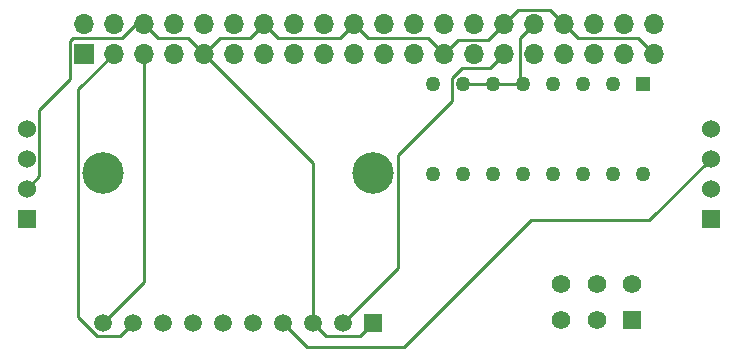
<source format=gbr>
G04 #@! TF.GenerationSoftware,KiCad,Pcbnew,(5.1.6-0-10_14)*
G04 #@! TF.CreationDate,2021-05-11T12:02:37-04:00*
G04 #@! TF.ProjectId,venti-zero,76656e74-692d-47a6-9572-6f2e6b696361,1.0*
G04 #@! TF.SameCoordinates,Original*
G04 #@! TF.FileFunction,Copper,L2,Bot*
G04 #@! TF.FilePolarity,Positive*
%FSLAX46Y46*%
G04 Gerber Fmt 4.6, Leading zero omitted, Abs format (unit mm)*
G04 Created by KiCad (PCBNEW (5.1.6-0-10_14)) date 2021-05-11 12:02:37*
%MOMM*%
%LPD*%
G01*
G04 APERTURE LIST*
G04 #@! TA.AperFunction,ComponentPad*
%ADD10R,1.270000X1.270000*%
G04 #@! TD*
G04 #@! TA.AperFunction,ComponentPad*
%ADD11C,1.270000*%
G04 #@! TD*
G04 #@! TA.AperFunction,ViaPad*
%ADD12R,1.570000X1.570000*%
G04 #@! TD*
G04 #@! TA.AperFunction,ViaPad*
%ADD13C,1.570000*%
G04 #@! TD*
G04 #@! TA.AperFunction,ComponentPad*
%ADD14C,1.524000*%
G04 #@! TD*
G04 #@! TA.AperFunction,ComponentPad*
%ADD15R,1.524000X1.524000*%
G04 #@! TD*
G04 #@! TA.AperFunction,ComponentPad*
%ADD16R,1.700000X1.700000*%
G04 #@! TD*
G04 #@! TA.AperFunction,ComponentPad*
%ADD17O,1.700000X1.700000*%
G04 #@! TD*
G04 #@! TA.AperFunction,ComponentPad*
%ADD18R,1.508000X1.508000*%
G04 #@! TD*
G04 #@! TA.AperFunction,ComponentPad*
%ADD19C,1.508000*%
G04 #@! TD*
G04 #@! TA.AperFunction,ComponentPad*
%ADD20C,3.516000*%
G04 #@! TD*
G04 #@! TA.AperFunction,Conductor*
%ADD21C,0.250000*%
G04 #@! TD*
G04 APERTURE END LIST*
D10*
X173229000Y-98378000D03*
D11*
X170689000Y-98378000D03*
X168149000Y-98378000D03*
X165609000Y-98378000D03*
X163069000Y-98378000D03*
X160529000Y-98378000D03*
X157989000Y-98378000D03*
X155449000Y-98378000D03*
X155449000Y-105998000D03*
X157989000Y-105998000D03*
X160529000Y-105998000D03*
X163069000Y-105998000D03*
X165609000Y-105998000D03*
X168149000Y-105998000D03*
X170689000Y-105998000D03*
X173229000Y-105998000D03*
D12*
X172292000Y-118358000D03*
D13*
X169292000Y-118358000D03*
X166292000Y-118358000D03*
X172292000Y-115358000D03*
X169292000Y-115358000D03*
X166292000Y-115358000D03*
D14*
X121032000Y-102188000D03*
X121032000Y-104728000D03*
X121032000Y-107268000D03*
D15*
X121032000Y-109808000D03*
X178944000Y-109808000D03*
D14*
X178944000Y-107268000D03*
X178944000Y-104728000D03*
X178944000Y-102188000D03*
D16*
X125902000Y-95838000D03*
D17*
X125902000Y-93298000D03*
X128442000Y-95838000D03*
X128442000Y-93298000D03*
X130982000Y-95838000D03*
X130982000Y-93298000D03*
X133522000Y-95838000D03*
X133522000Y-93298000D03*
X136062000Y-95838000D03*
X136062000Y-93298000D03*
X138602000Y-95838000D03*
X138602000Y-93298000D03*
X141142000Y-95838000D03*
X141142000Y-93298000D03*
X143682000Y-95838000D03*
X143682000Y-93298000D03*
X146222000Y-95838000D03*
X146222000Y-93298000D03*
X148762000Y-95838000D03*
X148762000Y-93298000D03*
X151302000Y-95838000D03*
X151302000Y-93298000D03*
X153842000Y-95838000D03*
X153842000Y-93298000D03*
X156382000Y-95838000D03*
X156382000Y-93298000D03*
X158922000Y-95838000D03*
X158922000Y-93298000D03*
X161462000Y-95838000D03*
X161462000Y-93298000D03*
X164002000Y-95838000D03*
X164002000Y-93298000D03*
X166542000Y-95838000D03*
X166542000Y-93298000D03*
X169082000Y-95838000D03*
X169082000Y-93298000D03*
X171622000Y-95838000D03*
X171622000Y-93298000D03*
X174162000Y-95838000D03*
X174162000Y-93298000D03*
D18*
X150369000Y-118634500D03*
D19*
X147829000Y-118634500D03*
X145289000Y-118634500D03*
X142749000Y-118634500D03*
X140209000Y-118634500D03*
X137669000Y-118634500D03*
X135129000Y-118634500D03*
X132589000Y-118634500D03*
X130049000Y-118634500D03*
X127509000Y-118634500D03*
D20*
X127509000Y-105934500D03*
X150369000Y-105934500D03*
D21*
X125425999Y-98854001D02*
X128442000Y-95838000D01*
X125425999Y-118148421D02*
X125425999Y-98854001D01*
X126991079Y-119713501D02*
X125425999Y-118148421D01*
X128969999Y-119713501D02*
X126991079Y-119713501D01*
X130049000Y-118634500D02*
X128969999Y-119713501D01*
X130982000Y-115161500D02*
X130982000Y-95838000D01*
X127509000Y-118634500D02*
X130982000Y-115161500D01*
X130303000Y-93298000D02*
X130982000Y-93298000D01*
X124981997Y-94473001D02*
X129127999Y-94473001D01*
X121032000Y-107268000D02*
X122119001Y-106180999D01*
X124726999Y-94727999D02*
X124981997Y-94473001D01*
X129127999Y-94473001D02*
X130303000Y-93298000D01*
X124726999Y-97985001D02*
X124726999Y-94727999D01*
X122119001Y-106180999D02*
X122119001Y-100592999D01*
X122119001Y-100592999D02*
X124726999Y-97985001D01*
X134697001Y-94473001D02*
X136062000Y-95838000D01*
X132157001Y-94473001D02*
X134697001Y-94473001D01*
X130982000Y-93298000D02*
X132157001Y-94473001D01*
X139966999Y-94473001D02*
X141142000Y-93298000D01*
X137426999Y-94473001D02*
X139966999Y-94473001D01*
X136062000Y-95838000D02*
X137426999Y-94473001D01*
X147586999Y-94473001D02*
X148762000Y-93298000D01*
X142317001Y-94473001D02*
X147586999Y-94473001D01*
X141142000Y-93298000D02*
X142317001Y-94473001D01*
X155017001Y-94473001D02*
X156382000Y-95838000D01*
X149937001Y-94473001D02*
X155017001Y-94473001D01*
X148762000Y-93298000D02*
X149937001Y-94473001D01*
X160097001Y-94662999D02*
X161462000Y-93298000D01*
X157557001Y-94662999D02*
X160097001Y-94662999D01*
X156382000Y-95838000D02*
X157557001Y-94662999D01*
X165366999Y-92122999D02*
X166542000Y-93298000D01*
X162637001Y-92122999D02*
X165366999Y-92122999D01*
X161462000Y-93298000D02*
X162637001Y-92122999D01*
X172797001Y-94473001D02*
X174162000Y-95838000D01*
X167717001Y-94473001D02*
X172797001Y-94473001D01*
X166542000Y-93298000D02*
X167717001Y-94473001D01*
X149289999Y-119713501D02*
X150369000Y-118634500D01*
X146368001Y-119713501D02*
X149289999Y-119713501D01*
X145289000Y-118634500D02*
X146368001Y-119713501D01*
X145289000Y-105065000D02*
X136062000Y-95838000D01*
X145289000Y-118634500D02*
X145289000Y-105065000D01*
X160286999Y-97013001D02*
X161462000Y-95838000D01*
X157933197Y-97013001D02*
X160286999Y-97013001D01*
X157028999Y-99846001D02*
X157028999Y-97917199D01*
X152452001Y-104422999D02*
X157028999Y-99846001D01*
X157028999Y-97917199D02*
X157933197Y-97013001D01*
X152452001Y-114011499D02*
X152452001Y-104422999D01*
X147829000Y-118634500D02*
X152452001Y-114011499D01*
X157989000Y-98378000D02*
X163069000Y-98378000D01*
X162826999Y-94473001D02*
X164002000Y-93298000D01*
X162826999Y-98135999D02*
X162826999Y-94473001D01*
X163069000Y-98378000D02*
X162826999Y-98135999D01*
X152971010Y-120667990D02*
X144782490Y-120667990D01*
X163704000Y-109935000D02*
X152971010Y-120667990D01*
X173737000Y-109935000D02*
X163704000Y-109935000D01*
X144782490Y-120667990D02*
X142749000Y-118634500D01*
X178944000Y-104728000D02*
X173737000Y-109935000D01*
M02*

</source>
